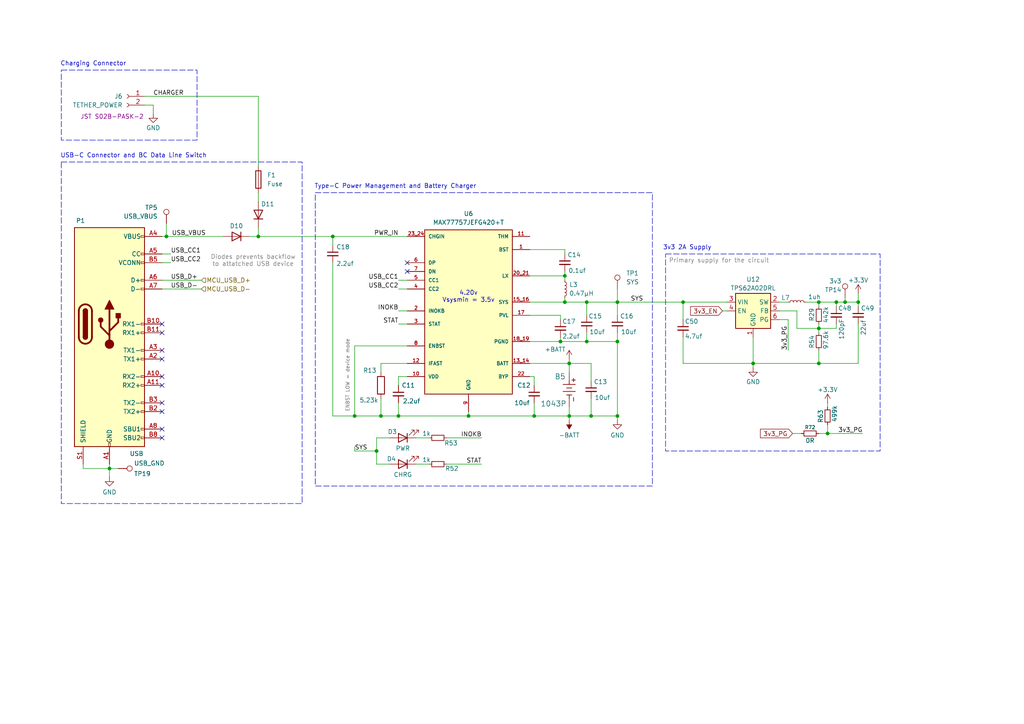
<source format=kicad_sch>
(kicad_sch (version 20250114) (generator "eeschema") (generator_version "9.0")
  (paper "A4")
  (lib_symbols
    (symbol "1043P_1" (pin_names (offset 0.254))
      (property "Reference" "B4" (at -0.762 -1.524 0))
      (property "Value" "1043P" (at 7.366 -1.778 0))
      (symbol "1043P_1_0_1"
        (polyline (pts (xy 1.778 1.27) (xy 2.794 1.27)) (stroke (width 0.2032)))
        (polyline (pts (xy 2.286 0.762) (xy 2.286 1.778)) (stroke (width 0.2032)))
        (polyline (pts (xy 2.54 0) (xy 3.4798 0)) (stroke (width 0.2032)))
        (polyline (pts (xy 3.556 -1.778) (xy 3.556 1.778)) (stroke (width 0.2032)))
        (polyline (pts (xy 4.572 0.762) (xy 4.572 -0.762)) (stroke (width 0.2032)))
        (polyline (pts (xy 5.588 -1.778) (xy 5.588 1.778)) (stroke (width 0.2032)))
        (polyline (pts (xy 6.604 0.762) (xy 6.604 -0.762)) (stroke (width 0.2032)))
        (polyline (pts (xy 6.604 0) (xy 7.62 0)) (stroke (width 0.2032)))
        (polyline (pts (xy 7.366 1.27) (xy 8.382 1.27)) (stroke (width 0.2032)))
      )
      (symbol "1043P_1_1_1"
        (pin unspecified line (at 0 0 0) (length 2.54) (name "") (number "2"))
        (pin unspecified line (at 10.16 0 180) (length 2.54) (name "") (number "1"))
      )
    )
    (symbol "Connector:Conn_01x02_Socket" (pin_names (offset 1.016) (hide yes))
      (property "Reference" "J" (at 0 2.54 0))
      (property "Value" "Conn_01x02_Socket" (at 0 -5.08 0))
      (symbol "Conn_01x02_Socket_1_1"
        (polyline (pts (xy -1.27 0) (xy -0.508 0)) (stroke (width 0.1524)))
        (polyline (pts (xy -1.27 -2.54) (xy -0.508 -2.54)) (stroke (width 0.1524)))
        (arc (start 0 -0.508) (mid -0.5058 0) (end 0 0.508) (stroke (width 0.1524)))
        (arc (start 0 -3.048) (mid -0.5058 -2.54) (end 0 -2.032) (stroke (width 0.1524)))
        (pin passive line (at -5.08 0 0) (length 3.81) (name "Pin_1") (number "1"))
        (pin passive line (at -5.08 -2.54 0) (length 3.81) (name "Pin_2") (number "2"))
      )
    )
    (symbol "Connector:TestPoint" (pin_numbers (hide yes)) (pin_names (offset 0.762) (hide yes))
      (property "Reference" "TP" (at 0 6.858 0))
      (property "Value" "TestPoint" (at 0 5.08 0))
      (symbol "TestPoint_0_1"
        (circle (center 0 3.302) (radius 0.762))
      )
      (symbol "TestPoint_1_1"
        (pin passive line (at 0 0 90) (length 2.54) (name "1") (number "1"))
      )
    )
    (symbol "Connector:USB_C_Plug" (pin_names (offset 1.016))
      (property "Reference" "P1" (at 0 33.02 0))
      (property "Value" "USB_C_Plug" (at 0 30.48 0))
      (symbol "USB_C_Plug_0_0"
        (rectangle (start -0.254 -35.56) (end 0.254 -34.544))
        (rectangle (start 9.144 10.414) (end 10.16 9.906))
        (rectangle (start 10.16 25.654) (end 9.144 25.146))
        (rectangle (start 10.16 20.574) (end 9.144 20.066))
        (rectangle (start 10.16 18.034) (end 9.144 17.526))
        (rectangle (start 10.16 12.954) (end 9.144 12.446))
        (rectangle (start 10.16 0.254) (end 9.144 -0.254))
        (rectangle (start 10.16 -2.286) (end 9.144 -2.794))
        (rectangle (start 10.16 -7.366) (end 9.144 -7.874))
        (rectangle (start 10.16 -9.906) (end 9.144 -10.414))
        (rectangle (start 10.16 -14.986) (end 9.144 -15.494))
        (rectangle (start 10.16 -17.526) (end 9.144 -18.034))
        (rectangle (start 10.16 -22.606) (end 9.144 -23.114))
        (rectangle (start 10.16 -25.146) (end 9.144 -25.654))
        (rectangle (start 10.16 -30.226) (end 9.144 -30.734))
        (rectangle (start 10.16 -32.766) (end 9.144 -33.274))
      )
      (symbol "USB_C_Plug_0_1"
        (rectangle (start -10.16 27.94) (end 10.16 -35.56) (stroke (width 0.254)) (fill (type background)))
        (polyline (pts (xy -8.89 -3.81) (xy -8.89 3.81)) (stroke (width 0.508)))
        (rectangle (start -7.62 -3.81) (end -6.35 3.81) (stroke (width 0.254)) (fill (type outline)))
        (arc (start -7.62 3.81) (mid -6.985 4.4423) (end -6.35 3.81) (stroke (width 0.254)))
        (arc (start -7.62 3.81) (mid -6.985 4.4423) (end -6.35 3.81) (stroke (width 0.254)) (fill (type outline)))
        (arc (start -8.89 3.81) (mid -6.985 5.7067) (end -5.08 3.81) (stroke (width 0.508)))
        (arc (start -5.08 -3.81) (mid -6.985 -5.7067) (end -8.89 -3.81) (stroke (width 0.508)))
        (arc (start -6.35 -3.81) (mid -6.985 -4.4423) (end -7.62 -3.81) (stroke (width 0.254)))
        (arc (start -6.35 -3.81) (mid -6.985 -4.4423) (end -7.62 -3.81) (stroke (width 0.254)) (fill (type outline)))
        (polyline (pts (xy -5.08 3.81) (xy -5.08 -3.81)) (stroke (width 0.508)))
      )
      (symbol "USB_C_Plug_1_1"
        (circle (center -2.54 1.143) (radius 0.635) (stroke (width 0.254)) (fill (type outline)))
        (polyline (pts (xy -1.27 4.318) (xy 0 6.858) (xy 1.27 4.318) (xy -1.27 4.318)) (stroke (width 0.254)) (fill (type outline)))
        (polyline (pts (xy 0 -2.032) (xy 2.54 0.508) (xy 2.54 1.778)) (stroke (width 0.508)))
        (polyline (pts (xy 0 -3.302) (xy -2.54 -0.762) (xy -2.54 0.508)) (stroke (width 0.508)))
        (polyline (pts (xy 0 -5.842) (xy 0 4.318)) (stroke (width 0.508)))
        (circle (center 0 -5.842) (radius 1.27) (fill (type outline)))
        (rectangle (start 1.905 1.778) (end 3.175 3.048) (stroke (width 0.254)) (fill (type outline)))
        (pin passive line (at -7.62 -40.64 90) (length 5.08) (name "SHIELD") (number "S1"))
        (pin passive line (at 0 -40.64 90) (length 5.08) (name "GND") (number "A1"))
        (pin passive line (at 0 -40.64 90) (length 5.08) (hide yes) (name "GND") (number "A12"))
        (pin passive line (at 0 -40.64 90) (length 5.08) (hide yes) (name "GND") (number "B1"))
        (pin passive line (at 0 -40.64 90) (length 5.08) (hide yes) (name "GND") (number "B12"))
        (pin passive line (at 15.24 25.4 180) (length 5.08) (name "VBUS") (number "A4"))
        (pin passive line (at 15.24 25.4 180) (length 5.08) (hide yes) (name "VBUS") (number "A9"))
        (pin passive line (at 15.24 25.4 180) (length 5.08) (hide yes) (name "VBUS") (number "B4"))
        (pin passive line (at 15.24 25.4 180) (length 5.08) (hide yes) (name "VBUS") (number "B9"))
        (pin bidirectional line (at 15.24 20.32 180) (length 5.08) (name "CC") (number "A5"))
        (pin bidirectional line (at 15.24 17.78 180) (length 5.08) (name "VCONN") (number "B5"))
        (pin bidirectional line (at 15.24 12.7 180) (length 5.08) (name "D+") (number "A6"))
        (pin bidirectional line (at 15.24 10.16 180) (length 5.08) (name "D-") (number "A7"))
        (pin bidirectional line (at 15.24 0 180) (length 5.08) (name "RX1-") (number "B10"))
        (pin bidirectional line (at 15.24 -2.54 180) (length 5.08) (name "RX1+") (number "B11"))
        (pin bidirectional line (at 15.24 -7.62 180) (length 5.08) (name "TX1-") (number "A3"))
        (pin bidirectional line (at 15.24 -10.16 180) (length 5.08) (name "TX1+") (number "A2"))
        (pin bidirectional line (at 15.24 -15.24 180) (length 5.08) (name "RX2-") (number "A10"))
        (pin bidirectional line (at 15.24 -17.78 180) (length 5.08) (name "RX2+") (number "A11"))
        (pin bidirectional line (at 15.24 -22.86 180) (length 5.08) (name "TX2-") (number "B3"))
        (pin bidirectional line (at 15.24 -25.4 180) (length 5.08) (name "TX2+") (number "B2"))
        (pin bidirectional line (at 15.24 -30.48 180) (length 5.08) (name "SBU1") (number "A8"))
        (pin bidirectional line (at 15.24 -33.02 180) (length 5.08) (name "SBU2") (number "B8"))
      )
    )
    (symbol "Device:C_Small" (pin_numbers (hide yes)) (pin_names (offset 0.254) (hide yes))
      (property "Reference" "C" (at 0.254 1.778 0))
      (property "Value" "C_Small" (at 0.254 -2.032 0))
      (symbol "C_Small_0_1"
        (polyline (pts (xy -1.524 0.508) (xy 1.524 0.508)) (stroke (width 0.3048)))
        (polyline (pts (xy -1.524 -0.508) (xy 1.524 -0.508)) (stroke (width 0.3302)))
      )
      (symbol "C_Small_1_1"
        (pin passive line (at 0 2.54 270) (length 2.032) (name "~") (number "1"))
        (pin passive line (at 0 -2.54 90) (length 2.032) (name "~") (number "2"))
      )
    )
    (symbol "Device:D" (pin_numbers (hide yes)) (pin_names (offset 1.016) (hide yes))
      (property "Reference" "D" (at 0 2.54 0))
      (property "Value" "D" (at 0 -2.54 0))
      (symbol "D_0_1"
        (polyline (pts (xy -1.27 1.27) (xy -1.27 -1.27)) (stroke (width 0.254)))
        (polyline (pts (xy 1.27 1.27) (xy 1.27 -1.27) (xy -1.27 0) (xy 1.27 1.27)) (stroke (width 0.254)))
        (polyline (pts (xy 1.27 0) (xy -1.27 0)))
      )
      (symbol "D_1_1"
        (pin passive line (at -3.81 0 0) (length 2.54) (name "K") (number "1"))
        (pin passive line (at 3.81 0 180) (length 2.54) (name "A") (number "2"))
      )
    )
    (symbol "Device:Fuse" (pin_numbers (hide yes)) (pin_names (offset 0))
      (property "Reference" "F" (at 2.032 0 90))
      (property "Value" "Fuse" (at -1.905 0 90))
      (symbol "Fuse_0_1"
        (rectangle (start -0.762 -2.54) (end 0.762 2.54) (stroke (width 0.254)))
        (polyline (pts (xy 0 2.54) (xy 0 -2.54)))
      )
      (symbol "Fuse_1_1"
        (pin passive line (at 0 3.81 270) (length 1.27) (name "~") (number "1"))
        (pin passive line (at 0 -3.81 90) (length 1.27) (name "~") (number "2"))
      )
    )
    (symbol "Device:LED" (pin_numbers (hide yes)) (pin_names (offset 1.016) (hide yes))
      (property "Reference" "D" (at 0 2.54 0))
      (property "Value" "LED" (at 0 -2.54 0))
      (symbol "LED_0_1"
        (polyline (pts (xy -3.048 -0.762) (xy -4.572 -2.286) (xy -3.81 -2.286) (xy -4.572 -2.286) (xy -4.572 -1.524)))
        (polyline (pts (xy -1.778 -0.762) (xy -3.302 -2.286) (xy -2.54 -2.286) (xy -3.302 -2.286) (xy -3.302 -1.524)))
        (polyline (pts (xy -1.27 0) (xy 1.27 0)))
        (polyline (pts (xy -1.27 -1.27) (xy -1.27 1.27)) (stroke (width 0.254)))
        (polyline (pts (xy 1.27 -1.27) (xy 1.27 1.27) (xy -1.27 0) (xy 1.27 -1.27)) (stroke (width 0.254)))
      )
      (symbol "LED_1_1"
        (pin passive line (at -3.81 0 0) (length 2.54) (name "K") (number "1"))
        (pin passive line (at 3.81 0 180) (length 2.54) (name "A") (number "2"))
      )
    )
    (symbol "Device:L_Small" (pin_numbers (hide yes)) (pin_names (offset 0.254) (hide yes))
      (property "Reference" "L" (at 0.762 1.016 0))
      (property "Value" "L_Small" (at 0.762 -1.016 0))
      (symbol "L_Small_0_1"
        (arc (start 0 2.032) (mid 0.5058 1.524) (end 0 1.016))
        (arc (start 0 1.016) (mid 0.5058 0.508) (end 0 0))
        (arc (start 0 0) (mid 0.5058 -0.508) (end 0 -1.016))
        (arc (start 0 -1.016) (mid 0.5058 -1.524) (end 0 -2.032))
      )
      (symbol "L_Small_1_1"
        (pin passive line (at 0 2.54 270) (length 0.508) (name "~") (number "1"))
        (pin passive line (at 0 -2.54 90) (length 0.508) (name "~") (number "2"))
      )
    )
    (symbol "Device:R" (pin_numbers (hide yes)) (pin_names (offset 0))
      (property "Reference" "R" (at 2.032 0 90))
      (property "Value" "R" (at 0 0 90))
      (symbol "R_0_1"
        (rectangle (start -1.016 -2.54) (end 1.016 2.54) (stroke (width 0.254)))
      )
      (symbol "R_1_1"
        (pin passive line (at 0 3.81 270) (length 1.27) (name "~") (number "1"))
        (pin passive line (at 0 -3.81 90) (length 1.27) (name "~") (number "2"))
      )
    )
    (symbol "Device:R_Small" (pin_numbers (hide yes)) (pin_names (offset 0.254) (hide yes))
      (property "Reference" "R" (at 0 0 90))
      (property "Value" "R_Small" (at 1.778 0 90))
      (symbol "R_Small_0_1"
        (rectangle (start -0.762 1.778) (end 0.762 -1.778) (stroke (width 0.2032)))
      )
      (symbol "R_Small_1_1"
        (pin passive line (at 0 2.54 270) (length 0.762) (name "~") (number "1"))
        (pin passive line (at 0 -2.54 90) (length 0.762) (name "~") (number "2"))
      )
    )
    (symbol "MAX77757JEFG420_T:MAX77757JEFG420_T" (pin_names (offset 1.016))
      (property "Reference" "U6" (at 0 29.464 0))
      (property "Value" "MAX77757JEFG420+T" (at 0 26.924 0))
      (symbol "MAX77757JEFG420_T_0_0"
        (rectangle (start -12.7 24.765) (end 12.7 -22.86) (stroke (width 0.254)) (fill (type background)))
        (pin input line (at -17.78 22.86 0) (length 5.08) (name "CHGIN") (number "23_24"))
        (pin bidirectional line (at -17.78 15.24 0) (length 5.08) (name "DP") (number "6"))
        (pin bidirectional line (at -17.78 12.7 0) (length 5.08) (name "DN") (number "7"))
        (pin bidirectional line (at -17.78 10.16 0) (length 5.08) (name "CC1") (number "5"))
        (pin bidirectional line (at -17.78 7.62 0) (length 5.08) (name "CC2") (number "4"))
        (pin output line (at -17.78 1.27 0) (length 5.08) (name "INOKB") (number "2"))
        (pin output line (at -17.78 -2.54 0) (length 5.08) (name "STAT") (number "3"))
        (pin input line (at -17.78 -8.89 0) (length 5.08) (name "ENBST") (number "8"))
        (pin passive line (at -17.78 -13.97 0) (length 5.08) (name "IFAST") (number "12"))
        (pin output line (at -17.78 -17.78 0) (length 5.08) (name "VDD") (number "10"))
        (pin power_in line (at 0 -27.94 90) (length 5.08) (name "GND") (number "9"))
        (pin passive line (at 17.78 22.86 180) (length 5.08) (name "THM") (number "11"))
        (pin passive line (at 17.78 19.05 180) (length 5.08) (name "BST") (number "1"))
        (pin passive line (at 17.78 11.43 180) (length 5.08) (name "LX") (number "20_21"))
        (pin power_in line (at 17.78 3.81 180) (length 5.08) (name "SYS") (number "15_16"))
        (pin output line (at 17.78 0 180) (length 5.08) (name "PVL") (number "17"))
        (pin power_in line (at 17.78 -7.62 180) (length 5.08) (name "PGND") (number "18_19"))
        (pin power_in line (at 17.78 -13.97 180) (length 5.08) (name "BATT") (number "13_14"))
        (pin power_in line (at 17.78 -17.78 180) (length 5.08) (name "BYP") (number "22"))
      )
    )
    (symbol "Regulator_Switching:TPS62A02DRL"
      (property "Reference" "U" (at -5.08 6.35 0))
      (property "Value" "TPS62A02DRL" (at 0 6.35 0))
      (symbol "TPS62A02DRL_0_1"
        (rectangle (start -5.08 5.08) (end 5.08 -5.08) (stroke (width 0.254)) (fill (type background)))
      )
      (symbol "TPS62A02DRL_1_1"
        (pin power_in line (at -7.62 2.54 0) (length 2.54) (name "VIN") (number "3"))
        (pin input line (at -7.62 0 0) (length 2.54) (name "EN") (number "4"))
        (pin power_in line (at 0 -7.62 90) (length 2.54) (name "GND") (number "1"))
        (pin power_out line (at 7.62 2.54 180) (length 2.54) (name "SW") (number "2"))
        (pin input line (at 7.62 0 180) (length 2.54) (name "FB") (number "5"))
        (pin open_collector line (at 7.62 -2.54 180) (length 2.54) (name "PG") (number "6"))
      )
    )
    (symbol "power:+3.3V" (power) (pin_numbers (hide yes)) (pin_names (offset 0) (hide yes))
      (property "Value" "+3.3V" (at 0 3.556 0))
      (symbol "+3.3V_0_1"
        (polyline (pts (xy -0.762 1.27) (xy 0 2.54)))
        (polyline (pts (xy 0 2.54) (xy 0.762 1.27)))
        (polyline (pts (xy 0 0) (xy 0 2.54)))
      )
      (symbol "+3.3V_1_1"
        (pin power_in line (at 0 0 90) (length 0) (name "~") (number "1"))
      )
    )
    (symbol "power:+BATT" (power) (pin_numbers (hide yes)) (pin_names (offset 0) (hide yes))
      (property "Value" "+BATT" (at 0 3.556 0))
      (symbol "+BATT_0_1"
        (polyline (pts (xy -0.762 1.27) (xy 0 2.54)))
        (polyline (pts (xy 0 2.54) (xy 0.762 1.27)))
        (polyline (pts (xy 0 0) (xy 0 2.54)))
      )
      (symbol "+BATT_1_1"
        (pin power_in line (at 0 0 90) (length 0) (name "~") (number "1"))
      )
    )
    (symbol "power:-BATT" (power) (pin_numbers (hide yes)) (pin_names (offset 0) (hide yes))
      (property "Value" "-BATT" (at 0 3.556 0))
      (symbol "-BATT_0_1"
        (polyline (pts (xy 0 0) (xy 0 2.54)))
        (polyline (pts (xy 0.762 1.27) (xy -0.762 1.27) (xy 0 2.54) (xy 0.762 1.27)) (fill (type outline)))
      )
      (symbol "-BATT_1_1"
        (pin power_in line (at 0 0 90) (length 0) (name "~") (number "1"))
      )
    )
    (symbol "power:GND" (power) (pin_numbers (hide yes)) (pin_names (offset 0) (hide yes))
      (property "Value" "GND" (at 0 -3.81 0))
      (symbol "GND_0_1"
        (polyline (pts (xy 0 0) (xy 0 -1.27) (xy 1.27 -1.27) (xy 0 -2.54) (xy -1.27 -1.27) (xy 0 -1.27)))
      )
      (symbol "GND_1_1"
        (pin power_in line (at 0 0 270) (length 0) (name "~") (number "1"))
      )
    )
  )
  (rectangle (start 193.04 73.66) (end 255.27 130.81) (stroke (width 0) (type dash)))
  (rectangle (start 91.44 55.88) (end 189.23 140.97) (stroke (width 0) (type dash)))
  (rectangle (start 17.78 46.99) (end 87.63 146.05) (stroke (width 0) (type dash)))
  (rectangle (start 17.78 20.32) (end 57.15 40.64) (stroke (width 0) (type dash)))
  (text "USB-C Connector and BC Data Line Switch" (at 17.526 45.212 0) (effects (font (size 1.27 1.27)) (justify left)))
  (text "4.20v\nVsysmin = 3.5v\n" (at 135.89 86.106 0) (effects (font (size 1.27 1.27))))
  (text "Type-C Power Management and Battery Charger" (at 91.186 54.102 0) (effects (font (size 1.27 1.27)) (justify left)))
  (text "Charging Connector" (at 17.526 18.542 0) (effects (font (size 1.27 1.27)) (justify left)))
  (text "Diodes prevents backflow\nto attatched USB device" (at 73.406 75.692 0) (effects (font (size 1.27 1.27))))
  (text "Primary supply for the circuit" (at 208.534 75.692 0) (effects (font (size 1.27 1.27))))
  (text "3v3 2A Supply" (at 192.278 71.882 0) (effects (font (size 1.27 1.27)) (justify left)))
  (text "ENBST LOW = device mode" (at 100.838 108.966 90) (effects (font (size 1.016 1.016))))
  (junction (at 170.18 99.06))
  (junction (at 115.57 120.65))
  (junction (at 74.93 68.58))
  (junction (at 163.83 87.63))
  (junction (at 245.11 87.63))
  (junction (at 48.26 68.58))
  (junction (at 248.92 87.63))
  (junction (at 96.52 68.58))
  (junction (at 198.12 87.63))
  (junction (at 165.1 105.41))
  (junction (at 179.07 87.63))
  (junction (at 242.57 87.63))
  (junction (at 109.22 130.81))
  (junction (at 135.89 120.65))
  (junction (at 237.49 95.25))
  (junction (at 110.49 120.65))
  (junction (at 154.94 120.65))
  (junction (at 179.07 120.65))
  (junction (at 237.49 87.63))
  (junction (at 31.75 135.89))
  (junction (at 218.44 105.41))
  (junction (at 170.18 87.63))
  (junction (at 162.56 99.06))
  (junction (at 237.49 105.41))
  (junction (at 102.87 120.65))
  (junction (at 179.07 99.06))
  (junction (at 240.03 125.73))
  (junction (at 163.83 80.01))
  (junction (at 171.45 120.65))
  (junction (at 165.1 120.65))
  (no_connect (at 118.11 76.2))
  (no_connect (at 46.99 104.14))
  (no_connect (at 46.99 127))
  (no_connect (at 46.99 109.22))
  (no_connect (at 118.11 78.74))
  (no_connect (at 46.99 93.98))
  (no_connect (at 46.99 116.84))
  (no_connect (at 46.99 111.76))
  (no_connect (at 46.99 124.46))
  (no_connect (at 46.99 96.52))
  (no_connect (at 46.99 119.38))
  (no_connect (at 46.99 101.6))
  (wire (pts (xy 179.07 99.06) (xy 179.07 96.52)))
  (wire (pts (xy 248.92 87.63) (xy 248.92 85.09)))
  (wire (pts (xy 242.57 95.25) (xy 237.49 95.25)))
  (wire (pts (xy 237.49 87.63) (xy 242.57 87.63)))
  (wire (pts (xy 115.57 93.98) (xy 118.11 93.98)))
  (wire (pts (xy 163.83 72.39) (xy 163.83 73.66)))
  (wire (pts (xy 226.06 87.63) (xy 228.6 87.63)))
  (wire (pts (xy 102.87 100.33) (xy 118.11 100.33)))
  (wire (pts (xy 240.03 125.73) (xy 240.03 123.19)))
  (wire (pts (xy 163.83 80.01) (xy 163.83 81.28)))
  (wire (pts (xy 153.67 87.63) (xy 163.83 87.63)))
  (wire (pts (xy 242.57 87.63) (xy 242.57 88.9)))
  (wire (pts (xy 171.45 115.57) (xy 171.45 120.65)))
  (wire (pts (xy 120.65 127) (xy 124.46 127)))
  (wire (pts (xy 171.45 120.65) (xy 165.1 120.65)))
  (wire (pts (xy 240.03 125.73) (xy 250.19 125.73)))
  (wire (pts (xy 154.94 116.84) (xy 154.94 120.65)))
  (wire (pts (xy 165.1 107.95) (xy 165.1 105.41)))
  (wire (pts (xy 31.75 135.89) (xy 31.75 138.43)))
  (wire (pts (xy 170.18 96.52) (xy 170.18 99.06)))
  (wire (pts (xy 163.83 86.36) (xy 163.83 87.63)))
  (wire (pts (xy 198.12 87.63) (xy 210.82 87.63)))
  (wire (pts (xy 102.87 130.81) (xy 109.22 130.81)))
  (wire (pts (xy 109.22 130.81) (xy 109.22 127)))
  (wire (pts (xy 96.52 68.58) (xy 96.52 71.12)))
  (wire (pts (xy 162.56 92.71) (xy 162.56 91.44)))
  (wire (pts (xy 179.07 87.63) (xy 179.07 91.44)))
  (wire (pts (xy 245.11 87.63) (xy 248.92 87.63)))
  (wire (pts (xy 110.49 105.41) (xy 110.49 107.95)))
  (wire (pts (xy 46.99 81.28) (xy 58.42 81.28)))
  (wire (pts (xy 115.57 90.17) (xy 118.11 90.17)))
  (wire (pts (xy 48.26 64.77) (xy 48.26 68.58)))
  (wire (pts (xy 198.12 105.41) (xy 218.44 105.41)))
  (wire (pts (xy 165.1 120.65) (xy 165.1 121.92)))
  (wire (pts (xy 44.45 30.48) (xy 44.45 33.02)))
  (wire (pts (xy 109.22 134.62) (xy 113.03 134.62)))
  (wire (pts (xy 153.67 99.06) (xy 162.56 99.06)))
  (wire (pts (xy 242.57 93.98) (xy 242.57 95.25)))
  (wire (pts (xy 218.44 105.41) (xy 218.44 106.68)))
  (wire (pts (xy 74.93 55.88) (xy 74.93 58.42)))
  (wire (pts (xy 74.93 68.58) (xy 96.52 68.58)))
  (wire (pts (xy 248.92 105.41) (xy 237.49 105.41)))
  (wire (pts (xy 31.75 135.89) (xy 34.29 135.89)))
  (wire (pts (xy 242.57 87.63) (xy 245.11 87.63)))
  (wire (pts (xy 46.99 68.58) (xy 48.26 68.58)))
  (wire (pts (xy 118.11 109.22) (xy 115.57 109.22)))
  (wire (pts (xy 218.44 105.41) (xy 237.49 105.41)))
  (wire (pts (xy 237.49 125.73) (xy 240.03 125.73)))
  (wire (pts (xy 129.54 134.62) (xy 139.7 134.62)))
  (wire (pts (xy 115.57 120.65) (xy 135.89 120.65)))
  (wire (pts (xy 110.49 120.65) (xy 115.57 120.65)))
  (wire (pts (xy 170.18 87.63) (xy 179.07 87.63)))
  (wire (pts (xy 129.54 127) (xy 139.7 127)))
  (wire (pts (xy 96.52 120.65) (xy 102.87 120.65)))
  (wire (pts (xy 41.91 30.48) (xy 44.45 30.48)))
  (wire (pts (xy 102.87 120.65) (xy 110.49 120.65)))
  (wire (pts (xy 248.92 87.63) (xy 248.92 88.9)))
  (wire (pts (xy 153.67 72.39) (xy 163.83 72.39)))
  (wire (pts (xy 115.57 81.28) (xy 118.11 81.28)))
  (wire (pts (xy 135.89 120.65) (xy 135.89 119.38)))
  (wire (pts (xy 115.57 83.82) (xy 118.11 83.82)))
  (wire (pts (xy 74.93 27.94) (xy 74.93 48.26)))
  (wire (pts (xy 245.11 86.36) (xy 245.11 87.63)))
  (wire (pts (xy 31.75 135.89) (xy 31.75 134.62)))
  (wire (pts (xy 179.07 120.65) (xy 179.07 121.92)))
  (wire (pts (xy 218.44 97.79) (xy 218.44 105.41)))
  (wire (pts (xy 113.03 127) (xy 109.22 127)))
  (wire (pts (xy 102.87 100.33) (xy 102.87 120.65)))
  (wire (pts (xy 102.87 130.81) (xy 102.87 129.54)))
  (wire (pts (xy 46.99 76.2) (xy 49.53 76.2)))
  (wire (pts (xy 165.1 104.14) (xy 165.1 105.41)))
  (wire (pts (xy 153.67 80.01) (xy 163.83 80.01)))
  (wire (pts (xy 162.56 97.79) (xy 162.56 99.06)))
  (wire (pts (xy 115.57 109.22) (xy 115.57 111.76)))
  (wire (pts (xy 237.49 87.63) (xy 237.49 88.9)))
  (wire (pts (xy 120.65 134.62) (xy 124.46 134.62)))
  (wire (pts (xy 228.6 92.71) (xy 226.06 92.71)))
  (wire (pts (xy 154.94 120.65) (xy 135.89 120.65)))
  (wire (pts (xy 231.14 95.25) (xy 231.14 90.17)))
  (wire (pts (xy 163.83 80.01) (xy 163.83 78.74)))
  (wire (pts (xy 237.49 93.98) (xy 237.49 95.25)))
  (wire (pts (xy 110.49 115.57) (xy 110.49 120.65)))
  (wire (pts (xy 115.57 116.84) (xy 115.57 120.65)))
  (wire (pts (xy 109.22 134.62) (xy 109.22 130.81)))
  (wire (pts (xy 74.93 66.04) (xy 74.93 68.58)))
  (wire (pts (xy 237.49 101.6) (xy 237.49 105.41)))
  (wire (pts (xy 171.45 105.41) (xy 171.45 110.49)))
  (wire (pts (xy 248.92 93.98) (xy 248.92 105.41)))
  (wire (pts (xy 179.07 99.06) (xy 179.07 120.65)))
  (wire (pts (xy 41.91 27.94) (xy 74.93 27.94)))
  (wire (pts (xy 231.14 90.17) (xy 226.06 90.17)))
  (wire (pts (xy 179.07 120.65) (xy 171.45 120.65)))
  (wire (pts (xy 162.56 99.06) (xy 170.18 99.06)))
  (wire (pts (xy 96.52 120.65) (xy 96.52 76.2)))
  (wire (pts (xy 170.18 99.06) (xy 179.07 99.06)))
  (wire (pts (xy 163.83 87.63) (xy 170.18 87.63)))
  (wire (pts (xy 24.13 135.89) (xy 31.75 135.89)))
  (wire (pts (xy 170.18 87.63) (xy 170.18 91.44)))
  (wire (pts (xy 46.99 73.66) (xy 49.53 73.66)))
  (wire (pts (xy 233.68 87.63) (xy 237.49 87.63)))
  (wire (pts (xy 153.67 91.44) (xy 162.56 91.44)))
  (wire (pts (xy 179.07 83.82) (xy 179.07 87.63)))
  (wire (pts (xy 237.49 95.25) (xy 237.49 96.52)))
  (wire (pts (xy 153.67 109.22) (xy 154.94 109.22)))
  (wire (pts (xy 231.14 95.25) (xy 237.49 95.25)))
  (wire (pts (xy 198.12 97.79) (xy 198.12 105.41)))
  (wire (pts (xy 165.1 105.41) (xy 153.67 105.41)))
  (wire (pts (xy 24.13 134.62) (xy 24.13 135.89)))
  (wire (pts (xy 165.1 118.11) (xy 165.1 120.65)))
  (wire (pts (xy 165.1 105.41) (xy 171.45 105.41)))
  (wire (pts (xy 48.26 68.58) (xy 64.77 68.58)))
  (wire (pts (xy 179.07 87.63) (xy 198.12 87.63)))
  (wire (pts (xy 240.03 116.84) (xy 240.03 118.11)))
  (wire (pts (xy 229.87 125.73) (xy 232.41 125.73)))
  (wire (pts (xy 154.94 109.22) (xy 154.94 111.76)))
  (wire (pts (xy 209.55 90.17) (xy 210.82 90.17)))
  (wire (pts (xy 96.52 68.58) (xy 118.11 68.58)))
  (wire (pts (xy 228.6 92.71) (xy 228.6 101.6)))
  (wire (pts (xy 165.1 120.65) (xy 154.94 120.65)))
  (wire (pts (xy 198.12 87.63) (xy 198.12 92.71)))
  (wire (pts (xy 118.11 105.41) (xy 110.49 105.41)))
  (wire (pts (xy 46.99 83.82) (xy 58.42 83.82)))
  (wire (pts (xy 72.39 68.58) (xy 74.93 68.58)))
  (label "USB_VBUS" (at 59.69 68.58 180))
  (label "USB_D-" (at 49.53 83.82 0))
  (label "STAT" (at 115.57 93.98 180))
  (label "CHARGER" (at 44.45 27.94 0))
  (label "USB_CC2" (at 115.57 83.82 180))
  (label "STAT" (at 139.7 134.62 180))
  (label "PWR_IN" (at 115.57 68.58 180))
  (label "USB_D+" (at 49.53 81.28 0))
  (label "USB_CC1" (at 115.57 81.28 180))
  (label "INOKB" (at 139.7 127 180))
  (label "USB_CC2" (at 49.53 76.2 0))
  (label "SYS" (at 102.87 130.81 0))
  (label "SYS" (at 182.88 87.63 0))
  (label "INOKB" (at 115.57 90.17 180))
  (label "3v3_PG" (at 228.6 101.6 90) (effects (font (thickness 0.1588))))
  (label "3v3_PG" (at 250.19 125.73 180) (effects (font (thickness 0.1588))))
  (label "USB_CC1" (at 49.53 73.66 0))
  (global_label "3v3_PG" (shape input) (at 229.87 125.73 180) (property "Intersheetrefs" "${INTERSHEET_REFS}" (effects (hide yes))))
  (global_label "3v3_EN" (shape input) (at 209.55 90.17 180) (property "Intersheetrefs" "${INTERSHEET_REFS}" (effects (hide yes))))
  (hierarchical_label "MCU_USB_D+" (shape input) (at 58.42 81.28 0))
  (hierarchical_label "MCU_USB_D-" (shape input) (at 58.42 83.82 0))
  (symbol (lib_id "Device:C_Small") (at 163.83 76.2 0) (unit 1)
    (property "Reference" "C14" (at 164.592 73.914 0) (effects (justify left)))
    (property "Value" "0.1uf" (at 164.846 78.486 0) (effects (justify left)))
    (property "Description" "Unpolarized capacitor, small symbol" (effects (hide yes)))
  )
  (symbol (lib_id "Device:D") (at 74.93 62.23 90) (unit 1)
    (property "Reference" "D11" (at 75.692 59.182 90) (effects (justify right)))
    (property "Value" "D" (effects (hide yes)))
    (property "Description" "Diode" (effects (hide yes)))
    (property "Sim.Device" "D" (effects (hide yes)))
    (property "Sim.Pins" "1=K 2=A" (effects (hide yes)))
  )
  (symbol (lib_id "Device:C_Small") (at 96.52 73.66 0) (unit 1)
    (property "Reference" "C18" (at 97.536 71.628 0) (effects (justify left)))
    (property "Value" "2.2uf" (at 97.536 76.454 0) (effects (justify left)))
    (property "Description" "Unpolarized capacitor, small symbol" (effects (hide yes)))
  )
  (symbol (lib_id "power:GND") (at 218.44 106.68 0) (unit 1)
    (property "Reference" "#PWR047" (effects (hide yes)))
    (property "Value" "GND" (at 218.44 110.744 0))
    (property "Description" "Power symbol creates a global label with name \"GND\" , ground" (effects (hide yes)))
  )
  (symbol (lib_id "Regulator_Switching:TPS62A02DRL") (at 218.44 90.17 0) (unit 1)
    (property "Reference" "U12" (at 218.44 81.026 0))
    (property "Value" "TPS62A02DRL" (at 218.44 83.566 0))
    (property "Footprint" "Package_TO_SOT_SMD:SOT-563" (effects (hide yes)))
    (property "Datasheet" "https://www.ti.com/lit/gpn/tps62a02" (effects (hide yes)))
    (property "Description" "High Efficiency Synchronous Buck Converter, Adjustable Output 0.6V-5.5V, 2A, Power Good, Enable, SOT-563" (effects (hide yes)))
    (property "JLC" "C5350187" (effects (hide yes)))
  )
  (symbol (lib_id "Device:C_Small") (at 179.07 93.98 0) (unit 1)
    (property "Reference" "C16" (at 179.832 91.694 0) (effects (justify left)))
    (property "Value" "10uf" (at 180.086 96.266 0) (effects (justify left)))
    (property "Description" "Unpolarized capacitor, small symbol" (effects (hide yes)))
  )
  (symbol (lib_id "Device:C_Small") (at 170.18 93.98 0) (unit 1)
    (property "Reference" "C15" (at 170.688 91.694 0) (effects (justify left)))
    (property "Value" "10uf" (at 170.942 96.266 0) (effects (justify left)))
    (property "Description" "Unpolarized capacitor, small symbol" (effects (hide yes)))
  )
  (symbol (lib_id "Connector:TestPoint") (at 34.29 135.89 270) (unit 1)
    (property "Reference" "TP19" (at 38.862 137.414 90) (effects (justify left)))
    (property "Value" "USB_GND" (at 38.862 134.366 90) (effects (justify left)))
    (property "Footprint" "TestPoint:TestPoint_Pad_D2.5mm" (effects (hide yes)))
    (property "Description" "test point" (effects (hide yes)))
  )
  (symbol (lib_id "MAX77757JEFG420_T:MAX77757JEFG420_T") (at 135.89 91.44 0) (unit 1)
    (property "Reference" "U6" (at 135.89 61.976 0))
    (property "Value" "MAX77757JEFG420+T" (at 135.89 64.516 0))
    (property "Footprint" "MAX77757JEFG420_T:IC_MAX77757JEFG420_T" (effects (hide yes)))
    (property "Datasheet" "https://www.analog.com/media/en/technical-documentation/data-sheets/MAX77757.pdf" (effects (hide yes)))
    (property "PARTREV" "B" (effects (hide yes)))
    (property "STANDARD" "Manufacturer Recommendations" (effects (hide yes)))
    (property "MAXIMUM_PACKAGE_HEIGHT" "0.6 mm" (effects (hide yes)))
    (property "MANUFACTURER" "Maxim Integrated" (effects (hide yes)))
    (property "JLC" "C7454852" (effects (hide yes)))
  )
  (symbol (lib_id "Device:R_Small") (at 237.49 99.06 0) (unit 1)
    (property "Reference" "R54" (at 235.458 101.092 90) (effects (justify left)))
    (property "Value" "97.6k" (at 239.522 101.346 90) (effects (justify left)))
    (property "Footprint" "Resistor_SMD:R_0603_1608Metric_Pad0.98x0.95mm_HandSolder" (effects (hide yes)))
    (property "Description" "Resistor, small symbol" (effects (hide yes)))
  )
  (symbol (lib_id "Device:R_Small") (at 237.49 91.44 0) (unit 1)
    (property "Reference" "R29" (at 235.458 93.218 90) (effects (justify left)))
    (property "Value" "442k" (at 239.522 93.726 90) (effects (justify left)))
    (property "Footprint" "Resistor_SMD:R_0603_1608Metric_Pad0.98x0.95mm_HandSolder" (effects (hide yes)))
    (property "Description" "Resistor, small symbol" (effects (hide yes)))
  )
  (symbol (lib_id "Device:R_Small") (at 127 134.62 90) (unit 1)
    (property "Reference" "R52" (at 131.064 135.89 90))
    (property "Value" "1k" (at 123.698 133.35 90))
    (property "Description" "Resistor, small symbol" (effects (hide yes)))
  )
  (symbol (lib_id "Device:R") (at 110.49 111.76 0) (unit 1)
    (property "Reference" "R13" (at 109.22 107.442 0) (effects (justify right)))
    (property "Value" "5.23k" (at 109.728 116.078 0) (effects (justify right)))
    (property "Description" "Resistor" (effects (hide yes)))
  )
  (symbol (lib_id "Device:L_Small") (at 163.83 83.82 0) (unit 1)
    (property "Reference" "L3" (at 165.1 82.5499 0) (effects (justify left)))
    (property "Value" "0.47µH" (at 165.1 85.0899 0) (effects (justify left)))
    (property "Description" "Inductor, small symbol" (effects (hide yes)))
  )
  (symbol (lib_id "Device:C_Small") (at 242.57 91.44 0) (unit 1)
    (property "Reference" "C48" (at 243.078 89.408 0) (effects (justify left)))
    (property "Value" "120pF" (at 244.094 98.552 90) (effects (justify left)))
    (property "Footprint" "Capacitor_SMD:C_0805_2012Metric_Pad1.18x1.45mm_HandSolder" (effects (hide yes)))
    (property "Description" "Unpolarized capacitor, small symbol" (effects (hide yes)))
  )
  (symbol (lib_id "Device:C_Small") (at 171.45 113.03 0) (unit 1)
    (property "Reference" "C13" (at 172.212 110.744 0) (effects (justify left)))
    (property "Value" "10uf" (at 172.466 115.316 0) (effects (justify left)))
    (property "Description" "Unpolarized capacitor, small symbol" (effects (hide yes)))
  )
  (symbol (lib_name "1043P_1") (lib_id "2025-04-05_21-45-08:1043P") (at 165.1 107.95 270) (unit 1)
    (property "Reference" "B5" (at 164.084 109.22 90) (effects (font (size 1.524 1.524)) (justify right)))
    (property "Value" "1043P" (at 164.338 117.094 90) (effects (font (size 1.524 1.524)) (justify right)))
    (property "Footprint" "BATT_1043P_KEY" (effects (hide yes)))
    (property "Datasheet" "1043P" (effects (hide yes)))
  )
  (symbol (lib_id "Connector:TestPoint") (at 245.11 86.36 0) (mirror y) (unit 1)
    (property "Reference" "TP14" (at 244.094 84.074 0) (effects (justify left)))
    (property "Value" "3v3" (at 244.094 81.534 0) (effects (justify left)))
    (property "Footprint" "TestPoint:TestPoint_Pad_D2.5mm" (effects (hide yes)))
    (property "Description" "test point" (effects (hide yes)))
  )
  (symbol (lib_id "power:+3.3V") (at 240.03 116.84 0) (unit 1)
    (property "Reference" "#PWR053" (effects (hide yes)))
    (property "Value" "+3.3V" (at 240.03 113.03 0))
    (property "Description" "Power symbol creates a global label with name \"+3.3V\"" (effects (hide yes)))
  )
  (symbol (lib_id "Device:C_Small") (at 198.12 95.25 0) (unit 1)
    (property "Reference" "C50" (at 198.628 93.218 0) (effects (justify left)))
    (property "Value" "4.7uf" (at 198.628 97.536 0) (effects (justify left)))
    (property "Footprint" "Capacitor_SMD:C_0805_2012Metric_Pad1.18x1.45mm_HandSolder" (effects (hide yes)))
    (property "Description" "Unpolarized capacitor, small symbol" (effects (hide yes)))
  )
  (symbol (lib_id "Device:C_Small") (at 115.57 114.3 0) (mirror y) (unit 1)
    (property "Reference" "C11" (at 120.396 111.76 0) (effects (justify left)))
    (property "Value" "2.2uf" (at 121.92 116.332 0) (effects (justify left)))
    (property "Description" "Unpolarized capacitor, small symbol" (effects (hide yes)))
  )
  (symbol (lib_id "power:+BATT") (at 165.1 104.14 0) (unit 1)
    (property "Reference" "#PWR05" (effects (hide yes)))
    (property "Value" "+BATT" (at 161.036 101.346 0))
    (property "Description" "Power symbol creates a global label with name \"+BATT\"" (effects (hide yes)))
  )
  (symbol (lib_id "Device:R_Small") (at 240.03 120.65 0) (unit 1)
    (property "Reference" "R63" (at 237.998 122.682 90) (effects (justify left)))
    (property "Value" "499k" (at 242.062 122.428 90) (effects (justify left)))
    (property "Footprint" "Resistor_SMD:R_0603_1608Metric_Pad0.98x0.95mm_HandSolder" (effects (hide yes)))
    (property "Description" "Resistor, small symbol" (effects (hide yes)))
  )
  (symbol (lib_id "power:+3.3V") (at 248.92 85.09 0) (unit 1)
    (property "Reference" "#PWR017" (effects (hide yes)))
    (property "Value" "+3.3V" (at 248.92 81.28 0))
    (property "Description" "Power symbol creates a global label with name \"+3.3V\"" (effects (hide yes)))
  )
  (symbol (lib_id "Device:C_Small") (at 248.92 91.44 0) (unit 1)
    (property "Reference" "C49" (at 249.682 89.408 0) (effects (justify left)))
    (property "Value" "22uf" (at 250.444 97.282 90) (effects (justify left)))
    (property "Footprint" "Capacitor_SMD:C_0805_2012Metric_Pad1.18x1.45mm_HandSolder" (effects (hide yes)))
    (property "Description" "Unpolarized capacitor, small symbol" (effects (hide yes)))
  )
  (symbol (lib_id "Device:C_Small") (at 162.56 95.25 0) (unit 1)
    (property "Reference" "C17" (at 163.068 93.218 0) (effects (justify left)))
    (property "Value" "2.2uf" (at 163.068 97.536 0) (effects (justify left)))
    (property "Description" "Unpolarized capacitor, small symbol" (effects (hide yes)))
  )
  (symbol (lib_id "Device:L_Small") (at 231.14 87.63 90) (unit 1)
    (property "Reference" "L7" (at 227.838 86.36 90))
    (property "Value" "1uh" (at 236.22 86.106 90))
    (property "Description" "Inductor, small symbol" (effects (hide yes)))
  )
  (symbol (lib_id "power:GND") (at 31.75 138.43 0) (unit 1)
    (property "Reference" "#PWR084" (effects (hide yes)))
    (property "Value" "GND" (at 31.75 142.748 0))
    (property "Description" "Power symbol creates a global label with name \"GND\" , ground" (effects (hide yes)))
  )
  (symbol (lib_id "Device:LED") (at 116.84 134.62 180) (unit 1)
    (property "Reference" "D4" (at 113.538 133.096 0))
    (property "Value" "CHRG" (at 116.84 137.668 0))
    (property "Description" "Light emitting diode" (effects (hide yes)))
    (property "Sim.Pins" "1=K 2=A" (effects (hide yes)))
  )
  (symbol (lib_id "Device:D") (at 68.58 68.58 180) (unit 1)
    (property "Reference" "D10" (at 68.58 65.532 0))
    (property "Value" "D" (effects (hide yes)))
    (property "Description" "Diode" (effects (hide yes)))
    (property "Sim.Device" "D" (effects (hide yes)))
    (property "Sim.Pins" "1=K 2=A" (effects (hide yes)))
  )
  (symbol (lib_id "Connector:TestPoint") (at 179.07 83.82 0) (unit 1)
    (property "Reference" "TP1" (at 181.61 79.2479 0) (effects (justify left)))
    (property "Value" "SYS" (at 181.61 81.7879 0) (effects (justify left)))
    (property "Description" "test point" (effects (hide yes)))
  )
  (symbol (lib_id "Connector:TestPoint") (at 48.26 64.77 0) (mirror y) (unit 1)
    (property "Reference" "TP5" (at 45.72 60.1979 0) (effects (justify left)))
    (property "Value" "USB_VBUS" (at 45.72 62.7379 0) (effects (justify left)))
    (property "Description" "test point" (effects (hide yes)))
  )
  (symbol (lib_id "Connector:Conn_01x02_Socket") (at 36.83 27.94 0) (mirror y) (unit 1)
    (property "Reference" "J6" (at 35.56 27.9399 0) (effects (justify left)))
    (property "Value" "TETHER_POWER" (at 35.56 30.4799 0) (effects (justify left)))
    (property "Description" "Generic connector, single row, 01x02, script generated" (effects (hide yes)))
    (property "Conn" "JST S02B-PASK-2" (at 32.512 33.782 0))
  )
  (symbol (lib_id "Device:R_Small") (at 127 127 90) (unit 1)
    (property "Reference" "R53" (at 130.81 128.524 90))
    (property "Value" "1k" (at 123.698 125.73 90))
    (property "Description" "Resistor, small symbol" (effects (hide yes)))
  )
  (symbol (lib_id "power:-BATT") (at 165.1 121.92 180) (unit 1)
    (property "Reference" "#PWR01" (effects (hide yes)))
    (property "Value" "-BATT" (at 165.1 126.238 0))
    (property "Description" "Power symbol creates a global label with name \"-BATT\"" (effects (hide yes)))
  )
  (symbol (lib_id "Device:LED") (at 116.84 127 180) (unit 1)
    (property "Reference" "D3" (at 113.792 125.222 0))
    (property "Value" "PWR" (at 116.84 130.048 0))
    (property "Description" "Light emitting diode" (effects (hide yes)))
    (property "Sim.Pins" "1=K 2=A" (effects (hide yes)))
  )
  (symbol (lib_id "power:GND") (at 44.45 33.02 0) (unit 1)
    (property "Reference" "#PWR016" (effects (hide yes)))
    (property "Value" "GND" (at 44.45 37.084 0))
    (property "Description" "Power symbol creates a global label with name \"GND\" , ground" (effects (hide yes)))
  )
  (symbol (lib_id "Connector:USB_C_Plug") (at 31.75 93.98 0) (unit 1)
    (property "Reference" "P1" (at 23.368 64.008 0))
    (property "Value" "USB" (at 39.624 131.572 0))
    (property "Datasheet" "https://www.usb.org/sites/default/files/documents/usb_type-c.zip" (effects (hide yes)))
    (property "Description" "USB Type-C Plug connector" (effects (hide yes)))
  )
  (symbol (lib_id "Device:Fuse") (at 74.93 52.07 0) (unit 1)
    (property "Reference" "F1" (at 77.47 50.7999 0) (effects (justify left)))
    (property "Value" "Fuse" (at 77.47 53.3399 0) (effects (justify left)))
    (property "Description" "Fuse" (effects (hide yes)))
  )
  (symbol (lib_id "Device:R_Small") (at 234.95 125.73 90) (unit 1)
    (property "Reference" "R72" (at 234.95 123.952 90) (effects (font (size 1.016 1.016))))
    (property "Value" "0R" (at 234.95 127.762 90))
    (property "Description" "Resistor, small symbol" (effects (hide yes)))
  )
  (symbol (lib_id "Device:C_Small") (at 154.94 114.3 0) (mirror y) (unit 1)
    (property "Reference" "C12" (at 153.924 111.76 0) (effects (justify left)))
    (property "Value" "10uf" (at 153.67 116.84 0) (effects (justify left)))
    (property "Description" "Unpolarized capacitor, small symbol" (effects (hide yes)))
  )
  (symbol (lib_id "power:GND") (at 179.07 121.92 0) (unit 1)
    (property "Reference" "#PWR014" (effects (hide yes)))
    (property "Value" "GND" (at 179.07 126.238 0))
    (property "Description" "Power symbol creates a global label with name \"GND\" , ground" (effects (hide yes)))
  )
)
</source>
